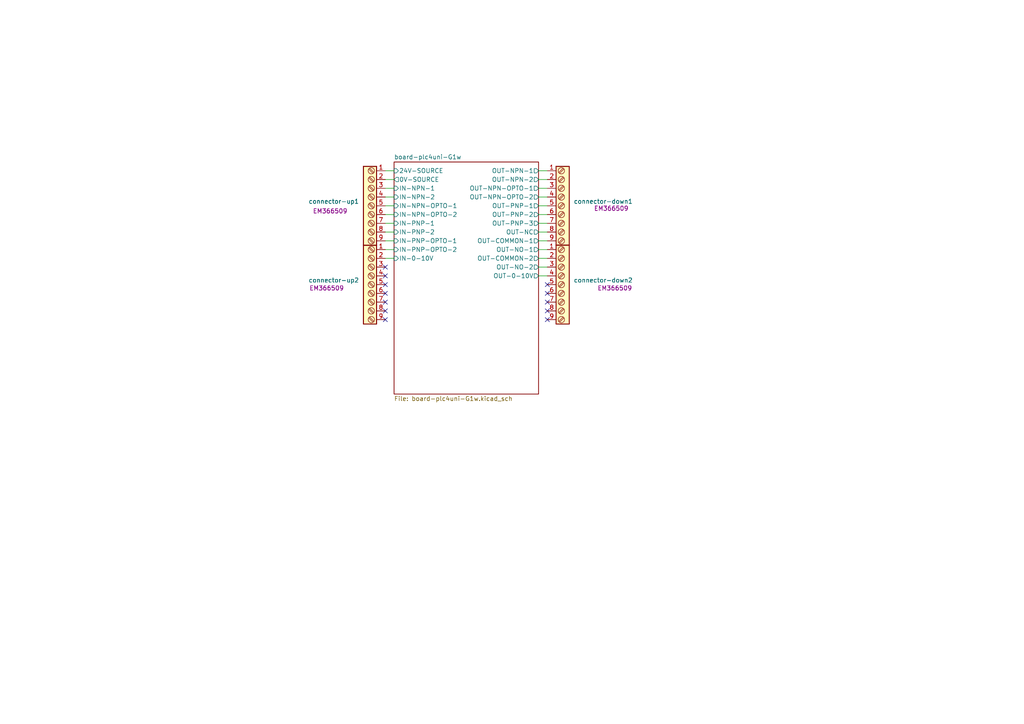
<source format=kicad_sch>
(kicad_sch (version 20250114) (generator "eeschema") (generator_version "9.0")
  (paper "A4")
  (lib_symbols
    (symbol "PCM_SL_Screw_Terminal:Screw_Terminal_9_P5.00mm"
      (property "Reference" "J" (at 0 12.7 0))
      (property "Value" "Screw_Terminal_9_P5.00mm" (at 1.27 -12.7 0))
      (symbol "Screw_Terminal_9_P5.00mm_0_1"
        (rectangle (start -1.27 11.43) (end 2.54 -11.43) (stroke (width 0.3)) (fill (type background)))
        (polyline (pts (xy -0.254 9.398) (xy 1.016 10.668)))
        (polyline (pts (xy -0.254 6.858) (xy 1.016 8.128)))
        (polyline (pts (xy -0.254 4.318) (xy 1.016 5.588)))
        (polyline (pts (xy -0.254 1.778) (xy 1.016 3.048)))
        (polyline (pts (xy -0.254 -0.762) (xy 1.016 0.508)))
        (polyline (pts (xy -0.254 -3.302) (xy 1.016 -2.032)))
        (polyline (pts (xy -0.254 -5.842) (xy 1.016 -4.572)))
        (polyline (pts (xy -0.254 -8.382) (xy 1.016 -7.112)))
        (polyline (pts (xy -0.254 -10.922) (xy 1.016 -9.652)))
        (polyline (pts (xy 0 10.16) (xy -0.508 9.652) (xy 0.762 10.922)))
        (polyline (pts (xy 0 7.62) (xy -0.508 7.112) (xy 0.762 8.382)))
        (polyline (pts (xy 0 5.08) (xy -0.508 4.572) (xy 0.762 5.842)))
        (polyline (pts (xy 0 2.54) (xy -0.508 2.032) (xy 0.762 3.302)))
        (polyline (pts (xy 0 0) (xy -0.508 -0.508) (xy 0.762 0.762)))
        (polyline (pts (xy 0 -2.54) (xy -0.508 -3.048) (xy 0.762 -1.778)))
        (polyline (pts (xy 0 -5.08) (xy -0.508 -5.588) (xy 0.762 -4.318)))
        (polyline (pts (xy 0 -7.62) (xy -0.508 -8.128) (xy 0.762 -6.858)))
        (polyline (pts (xy 0 -10.16) (xy -0.508 -10.668) (xy 0.762 -9.398)))
        (circle (center 0.254 10.16) (radius 0.9158))
        (circle (center 0.254 7.62) (radius 0.9158))
        (circle (center 0.254 5.08) (radius 0.9158))
        (circle (center 0.254 2.54) (radius 0.9158))
        (circle (center 0.254 0) (radius 0.9158))
        (circle (center 0.254 -2.54) (radius 0.9158))
        (circle (center 0.254 -5.08) (radius 0.9158))
        (circle (center 0.254 -7.62) (radius 0.9158))
        (circle (center 0.254 -10.16) (radius 0.9158))
      )
      (symbol "Screw_Terminal_9_P5.00mm_1_1"
        (pin passive line (at -3.81 10.16 0) (length 2.54) (name "") (number "1"))
        (pin passive line (at -3.81 7.62 0) (length 2.54) (name "") (number "2"))
        (pin passive line (at -3.81 5.08 0) (length 2.54) (name "") (number "3"))
        (pin passive line (at -3.81 2.54 0) (length 2.54) (name "") (number "4"))
        (pin passive line (at -3.81 0 0) (length 2.54) (name "") (number "5"))
        (pin passive line (at -3.81 -2.54 0) (length 2.54) (name "") (number "6"))
        (pin passive line (at -3.81 -5.08 0) (length 2.54) (name "") (number "7"))
        (pin passive line (at -3.81 -7.62 0) (length 2.54) (name "") (number "8"))
        (pin passive line (at -3.81 -10.16 0) (length 2.54) (name "") (number "9"))
      )
    )
  )
  (no_connect (at 111.76 80.01))
  (no_connect (at 158.75 82.55))
  (no_connect (at 158.75 90.17))
  (no_connect (at 111.76 90.17))
  (no_connect (at 158.75 87.63))
  (no_connect (at 111.76 87.63))
  (no_connect (at 111.76 92.71))
  (no_connect (at 111.76 77.47))
  (no_connect (at 158.75 85.09))
  (no_connect (at 158.75 92.71))
  (no_connect (at 111.76 82.55))
  (no_connect (at 111.76 85.09))
  (wire (pts (xy 111.76 74.93) (xy 114.3 74.93)))
  (wire (pts (xy 111.76 64.77) (xy 114.3 64.77)))
  (wire (pts (xy 156.21 67.31) (xy 158.75 67.31)))
  (wire (pts (xy 156.21 80.01) (xy 158.75 80.01)))
  (wire (pts (xy 111.76 57.15) (xy 114.3 57.15)))
  (wire (pts (xy 156.21 74.93) (xy 158.75 74.93)))
  (wire (pts (xy 111.76 52.07) (xy 114.3 52.07)))
  (wire (pts (xy 156.21 49.53) (xy 158.75 49.53)))
  (wire (pts (xy 156.21 64.77) (xy 158.75 64.77)))
  (wire (pts (xy 111.76 62.23) (xy 114.3 62.23)))
  (wire (pts (xy 156.21 52.07) (xy 158.75 52.07)))
  (wire (pts (xy 156.21 69.85) (xy 158.75 69.85)))
  (wire (pts (xy 156.21 72.39) (xy 158.75 72.39)))
  (wire (pts (xy 156.21 77.47) (xy 158.75 77.47)))
  (wire (pts (xy 111.76 49.53) (xy 114.3 49.53)))
  (wire (pts (xy 111.76 59.69) (xy 114.3 59.69)))
  (wire (pts (xy 156.21 59.69) (xy 158.75 59.69)))
  (wire (pts (xy 111.76 69.85) (xy 114.3 69.85)))
  (wire (pts (xy 111.76 54.61) (xy 114.3 54.61)))
  (wire (pts (xy 111.76 67.31) (xy 114.3 67.31)))
  (wire (pts (xy 156.21 62.23) (xy 158.75 62.23)))
  (wire (pts (xy 156.21 57.15) (xy 158.75 57.15)))
  (wire (pts (xy 156.21 54.61) (xy 158.75 54.61)))
  (wire (pts (xy 111.76 72.39) (xy 114.3 72.39)))
  (symbol (lib_id "PCM_SL_Screw_Terminal:Screw_Terminal_9_P5.00mm") (at 107.95 59.69 0) (mirror y) (unit 1)
    (property "Reference" "connector-up1" (at 104.14 58.4199 0) (effects (justify left)))
    (property "Value" "Screw_Terminal_9_P5.00mm" (effects (hide yes)))
    (property "Footprint" "TerminalBlock_Phoenix:TerminalBlock_Phoenix_PT-1,5-9-5.0-H_1x09_P5.00mm_Horizontal" (effects (hide yes)))
    (property "Part number" "EM366509" (at 95.758 61.214 0))
  )
  (symbol (lib_id "PCM_SL_Screw_Terminal:Screw_Terminal_9_P5.00mm") (at 162.56 59.69 0) (unit 1)
    (property "Reference" "connector-down1" (at 166.37 58.4199 0) (effects (justify left)))
    (property "Value" "Screw_Terminal_9_P5.00mm" (effects (hide yes)))
    (property "Footprint" "TerminalBlock_Phoenix:TerminalBlock_Phoenix_PT-1,5-9-5.0-H_1x09_P5.00mm_Horizontal" (effects (hide yes)))
    (property "Part number" "EM366509" (at 177.292 60.452 0))
  )
  (symbol (lib_id "PCM_SL_Screw_Terminal:Screw_Terminal_9_P5.00mm") (at 107.95 82.55 0) (mirror y) (unit 1)
    (property "Reference" "connector-up2" (at 104.14 81.2799 0) (effects (justify left)))
    (property "Value" "Screw_Terminal_9_P5.00mm" (effects (hide yes)))
    (property "Footprint" "TerminalBlock_Phoenix:TerminalBlock_Phoenix_PT-1,5-9-5.0-H_1x09_P5.00mm_Horizontal" (effects (hide yes)))
    (property "Part number" "EM366509" (at 94.742 83.566 0))
  )
  (symbol (lib_id "PCM_SL_Screw_Terminal:Screw_Terminal_9_P5.00mm") (at 162.56 82.55 0) (unit 1)
    (property "Reference" "connector-down2" (at 166.37 81.2799 0) (effects (justify left)))
    (property "Value" "Screw_Terminal_9_P5.00mm" (effects (hide yes)))
    (property "Footprint" "TerminalBlock_Phoenix:TerminalBlock_Phoenix_PT-1,5-9-5.0-H_1x09_P5.00mm_Horizontal" (effects (hide yes)))
    (property "Part number" "EM366509" (at 178.308 83.566 0))
  )
  (sheet (at 114.3 46.99) (size 41.91 67.31) (stroke (width 0.1524))
    (property "Sheetname" "board-plc4uni-G1w" (at 114.3 46.2784 0) (effects (justify left bottom)))
    (property "Sheetfile" "board-plc4uni-G1w.kicad_sch" (at 114.3 114.8846 0) (effects (justify left top)))
    (pin "IN-NPN-1" input (at 114.3 54.61 180))
    (pin "IN-NPN-2" input (at 114.3 57.15 180))
    (pin "IN-NPN-OPTO-1" input (at 114.3 59.69 180))
    (pin "IN-NPN-OPTO-2" input (at 114.3 62.23 180))
    (pin "IN-PNP-1" input (at 114.3 64.77 180))
    (pin "IN-PNP-2" input (at 114.3 67.31 180))
    (pin "IN-PNP-OPTO-1" input (at 114.3 69.85 180))
    (pin "IN-PNP-OPTO-2" input (at 114.3 72.39 180))
    (pin "OUT-NPN-1" output (at 156.21 49.53 0))
    (pin "OUT-NPN-2" output (at 156.21 52.07 0))
    (pin "OUT-NPN-OPTO-1" output (at 156.21 54.61 0))
    (pin "OUT-NPN-OPTO-2" output (at 156.21 57.15 0))
    (pin "OUT-PNP-1" output (at 156.21 59.69 0))
    (pin "OUT-PNP-2" output (at 156.21 62.23 0))
    (pin "OUT-PNP-3" output (at 156.21 64.77 0))
    (pin "0V-SOURCE" output (at 114.3 52.07 180))
    (pin "24V-SOURCE" input (at 114.3 49.53 180))
    (pin "OUT-COMMON-1" output (at 156.21 69.85 0))
    (pin "OUT-COMMON-2" output (at 156.21 74.93 0))
    (pin "OUT-NC" output (at 156.21 67.31 0))
    (pin "OUT-NO-1" output (at 156.21 72.39 0))
    (pin "OUT-NO-2" output (at 156.21 77.47 0))
    (pin "IN-0-10V" input (at 114.3 74.93 180))
    (pin "OUT-0-10V" output (at 156.21 80.01 0))
  )
)
</source>
